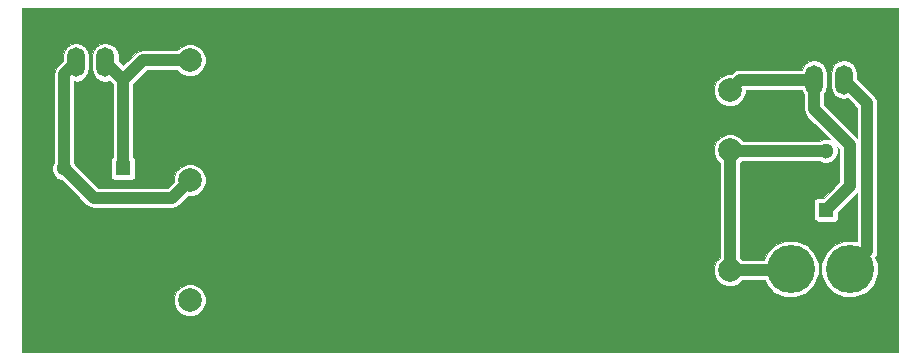
<source format=gbr>
G04 #@! TF.FileFunction,Copper,L2,Bot,Signal*
%FSLAX46Y46*%
G04 Gerber Fmt 4.6, Leading zero omitted, Abs format (unit mm)*
G04 Created by KiCad (PCBNEW 4.0.6) date 06/05/17 08:13:12*
%MOMM*%
%LPD*%
G01*
G04 APERTURE LIST*
%ADD10C,0.100000*%
%ADD11R,1.300000X1.300000*%
%ADD12C,1.300000*%
%ADD13C,2.000000*%
%ADD14O,1.500000X2.500000*%
%ADD15C,4.064000*%
%ADD16C,1.000000*%
%ADD17C,0.026000*%
G04 APERTURE END LIST*
D10*
D11*
X9000000Y-14000000D03*
D12*
X4000000Y-14000000D03*
D11*
X68500000Y-17500000D03*
D12*
X68500000Y-12500000D03*
D13*
X60360000Y-7380000D03*
X60360000Y-12460000D03*
X60360000Y-22620000D03*
X14640000Y-25160000D03*
X14640000Y-15000000D03*
X14640000Y-4840000D03*
D14*
X7500000Y-5000000D03*
X5000000Y-5000000D03*
X70000000Y-6500000D03*
X67500000Y-6500000D03*
D15*
X70500000Y-22500000D03*
X65500000Y-22500000D03*
D16*
X14640000Y-4840000D02*
X10660000Y-4840000D01*
X10660000Y-4840000D02*
X9000000Y-6500000D01*
X7500000Y-5000000D02*
X9000000Y-6500000D01*
X9000000Y-6500000D02*
X9000000Y-14000000D01*
X4000000Y-14000000D02*
X6500000Y-16500000D01*
X13140000Y-16500000D02*
X14640000Y-15000000D01*
X6500000Y-16500000D02*
X13140000Y-16500000D01*
X4000000Y-14000000D02*
X4000000Y-6000000D01*
X4000000Y-6000000D02*
X5000000Y-5000000D01*
X60360000Y-7380000D02*
X61240000Y-6500000D01*
X61240000Y-6500000D02*
X67500000Y-6500000D01*
X67500000Y-6500000D02*
X67500000Y-9000000D01*
X70500000Y-15500000D02*
X68500000Y-17500000D01*
X70500000Y-12000000D02*
X70500000Y-15500000D01*
X67500000Y-9000000D02*
X70500000Y-12000000D01*
X60360000Y-12460000D02*
X60400000Y-12500000D01*
X60400000Y-12500000D02*
X68500000Y-12500000D01*
X60360000Y-22620000D02*
X60360000Y-12460000D01*
X65500000Y-22500000D02*
X65380000Y-22620000D01*
X65380000Y-22620000D02*
X60360000Y-22620000D01*
X70000000Y-6500000D02*
X72000000Y-8500000D01*
X72000000Y-21000000D02*
X70500000Y-22500000D01*
X72000000Y-8500000D02*
X72000000Y-21000000D01*
D17*
G36*
X74562000Y-29562000D02*
X438000Y-29562000D01*
X438000Y-25429928D01*
X13276764Y-25429928D01*
X13483831Y-25931069D01*
X13866914Y-26314822D01*
X14367693Y-26522763D01*
X14909928Y-26523236D01*
X15411069Y-26316169D01*
X15794822Y-25933086D01*
X16002763Y-25432307D01*
X16003236Y-24890072D01*
X15796169Y-24388931D01*
X15413086Y-24005178D01*
X14912307Y-23797237D01*
X14370072Y-23796764D01*
X13868931Y-24003831D01*
X13485178Y-24386914D01*
X13277237Y-24887693D01*
X13276764Y-25429928D01*
X438000Y-25429928D01*
X438000Y-14200614D01*
X2986824Y-14200614D01*
X3140720Y-14573069D01*
X3425432Y-14858279D01*
X3788623Y-15009089D01*
X5889767Y-17110233D01*
X6169744Y-17297308D01*
X6500000Y-17363000D01*
X13140000Y-17363000D01*
X13470256Y-17297308D01*
X13750233Y-17110233D01*
X14497590Y-16362876D01*
X14909928Y-16363236D01*
X15411069Y-16156169D01*
X15794822Y-15773086D01*
X16002763Y-15272307D01*
X16003236Y-14730072D01*
X15796169Y-14228931D01*
X15413086Y-13845178D01*
X14912307Y-13637237D01*
X14370072Y-13636764D01*
X13868931Y-13843831D01*
X13485178Y-14226914D01*
X13277237Y-14727693D01*
X13276875Y-15142659D01*
X12782534Y-15637000D01*
X6857466Y-15637000D01*
X5008475Y-13788009D01*
X4863000Y-13435934D01*
X4863000Y-6617350D01*
X5000000Y-6644601D01*
X5425927Y-6559879D01*
X5787010Y-6318611D01*
X6028278Y-5957528D01*
X6113000Y-5531601D01*
X6113000Y-4468399D01*
X6387000Y-4468399D01*
X6387000Y-5531601D01*
X6471722Y-5957528D01*
X6712990Y-6318611D01*
X7074073Y-6559879D01*
X7500000Y-6644601D01*
X7853767Y-6574233D01*
X8137000Y-6857466D01*
X8137000Y-13055702D01*
X8091932Y-13084702D01*
X8009049Y-13206006D01*
X7979889Y-13350000D01*
X7979889Y-14650000D01*
X8005201Y-14784520D01*
X8084702Y-14908068D01*
X8206006Y-14990951D01*
X8350000Y-15020111D01*
X9650000Y-15020111D01*
X9784520Y-14994799D01*
X9908068Y-14915298D01*
X9990951Y-14793994D01*
X10020111Y-14650000D01*
X10020111Y-13350000D01*
X9994799Y-13215480D01*
X9915298Y-13091932D01*
X9863000Y-13056199D01*
X9863000Y-7649928D01*
X58996764Y-7649928D01*
X59203831Y-8151069D01*
X59586914Y-8534822D01*
X60087693Y-8742763D01*
X60629928Y-8743236D01*
X61131069Y-8536169D01*
X61514822Y-8153086D01*
X61722763Y-7652307D01*
X61723015Y-7363000D01*
X66452919Y-7363000D01*
X66471722Y-7457528D01*
X66637000Y-7704884D01*
X66637000Y-9000000D01*
X66702692Y-9330256D01*
X66889767Y-9610233D01*
X68812389Y-11532855D01*
X68702382Y-11487176D01*
X68299386Y-11486824D01*
X67935934Y-11637000D01*
X61464329Y-11637000D01*
X61133086Y-11305178D01*
X60632307Y-11097237D01*
X60090072Y-11096764D01*
X59588931Y-11303831D01*
X59205178Y-11686914D01*
X58997237Y-12187693D01*
X58996764Y-12729928D01*
X59203831Y-13231069D01*
X59497000Y-13524751D01*
X59497000Y-21555601D01*
X59205178Y-21846914D01*
X58997237Y-22347693D01*
X58996764Y-22889928D01*
X59203831Y-23391069D01*
X59586914Y-23774822D01*
X60087693Y-23982763D01*
X60629928Y-23983236D01*
X61131069Y-23776169D01*
X61424751Y-23483000D01*
X63314774Y-23483000D01*
X63468434Y-23854886D01*
X64141570Y-24529198D01*
X65021515Y-24894584D01*
X65974305Y-24895415D01*
X66854886Y-24531566D01*
X67529198Y-23858430D01*
X67894584Y-22978485D01*
X67895415Y-22025695D01*
X67531566Y-21145114D01*
X66858430Y-20470802D01*
X65978485Y-20105416D01*
X65025695Y-20104585D01*
X64145114Y-20468434D01*
X63470802Y-21141570D01*
X63215252Y-21757000D01*
X61424399Y-21757000D01*
X61223000Y-21555249D01*
X61223000Y-13524399D01*
X61384681Y-13363000D01*
X67936801Y-13363000D01*
X68297618Y-13512824D01*
X68700614Y-13513176D01*
X69073069Y-13359280D01*
X69358279Y-13074568D01*
X69512824Y-12702382D01*
X69513176Y-12299386D01*
X69466883Y-12187349D01*
X69637000Y-12357466D01*
X69637000Y-15142534D01*
X68299645Y-16479889D01*
X67850000Y-16479889D01*
X67715480Y-16505201D01*
X67591932Y-16584702D01*
X67509049Y-16706006D01*
X67479889Y-16850000D01*
X67479889Y-18150000D01*
X67505201Y-18284520D01*
X67584702Y-18408068D01*
X67706006Y-18490951D01*
X67850000Y-18520111D01*
X69150000Y-18520111D01*
X69284520Y-18494799D01*
X69408068Y-18415298D01*
X69490951Y-18293994D01*
X69520111Y-18150000D01*
X69520111Y-17700355D01*
X71110233Y-16110233D01*
X71137000Y-16070173D01*
X71137000Y-20171237D01*
X70978485Y-20105416D01*
X70025695Y-20104585D01*
X69145114Y-20468434D01*
X68470802Y-21141570D01*
X68105416Y-22021515D01*
X68104585Y-22974305D01*
X68468434Y-23854886D01*
X69141570Y-24529198D01*
X70021515Y-24894584D01*
X70974305Y-24895415D01*
X71854886Y-24531566D01*
X72529198Y-23858430D01*
X72894584Y-22978485D01*
X72895415Y-22025695D01*
X72680375Y-21505259D01*
X72797308Y-21330256D01*
X72863000Y-21000000D01*
X72863000Y-8500000D01*
X72797308Y-8169744D01*
X72610233Y-7889767D01*
X71113000Y-6392534D01*
X71113000Y-5968399D01*
X71028278Y-5542472D01*
X70787010Y-5181389D01*
X70425927Y-4940121D01*
X70000000Y-4855399D01*
X69574073Y-4940121D01*
X69212990Y-5181389D01*
X68971722Y-5542472D01*
X68887000Y-5968399D01*
X68887000Y-7031601D01*
X68971722Y-7457528D01*
X69212990Y-7818611D01*
X69574073Y-8059879D01*
X70000000Y-8144601D01*
X70353767Y-8074233D01*
X71137000Y-8857466D01*
X71137000Y-11429827D01*
X71110233Y-11389767D01*
X68363000Y-8642534D01*
X68363000Y-7704884D01*
X68528278Y-7457528D01*
X68613000Y-7031601D01*
X68613000Y-5968399D01*
X68528278Y-5542472D01*
X68287010Y-5181389D01*
X67925927Y-4940121D01*
X67500000Y-4855399D01*
X67074073Y-4940121D01*
X66712990Y-5181389D01*
X66471722Y-5542472D01*
X66452919Y-5637000D01*
X61240000Y-5637000D01*
X60909744Y-5702692D01*
X60629767Y-5889767D01*
X60502410Y-6017124D01*
X60090072Y-6016764D01*
X59588931Y-6223831D01*
X59205178Y-6606914D01*
X58997237Y-7107693D01*
X58996764Y-7649928D01*
X9863000Y-7649928D01*
X9863000Y-6857466D01*
X11017466Y-5703000D01*
X13575601Y-5703000D01*
X13866914Y-5994822D01*
X14367693Y-6202763D01*
X14909928Y-6203236D01*
X15411069Y-5996169D01*
X15794822Y-5613086D01*
X16002763Y-5112307D01*
X16003236Y-4570072D01*
X15796169Y-4068931D01*
X15413086Y-3685178D01*
X14912307Y-3477237D01*
X14370072Y-3476764D01*
X13868931Y-3683831D01*
X13575249Y-3977000D01*
X10660000Y-3977000D01*
X10329744Y-4042692D01*
X10090288Y-4202692D01*
X10049767Y-4229767D01*
X9000000Y-5279534D01*
X8613000Y-4892534D01*
X8613000Y-4468399D01*
X8528278Y-4042472D01*
X8287010Y-3681389D01*
X7925927Y-3440121D01*
X7500000Y-3355399D01*
X7074073Y-3440121D01*
X6712990Y-3681389D01*
X6471722Y-4042472D01*
X6387000Y-4468399D01*
X6113000Y-4468399D01*
X6028278Y-4042472D01*
X5787010Y-3681389D01*
X5425927Y-3440121D01*
X5000000Y-3355399D01*
X4574073Y-3440121D01*
X4212990Y-3681389D01*
X3971722Y-4042472D01*
X3887000Y-4468399D01*
X3887000Y-4892534D01*
X3389767Y-5389767D01*
X3202692Y-5669744D01*
X3137000Y-6000000D01*
X3137000Y-13436801D01*
X2987176Y-13797618D01*
X2986824Y-14200614D01*
X438000Y-14200614D01*
X438000Y-438000D01*
X74562000Y-438000D01*
X74562000Y-29562000D01*
X74562000Y-29562000D01*
G37*
X74562000Y-29562000D02*
X438000Y-29562000D01*
X438000Y-25429928D01*
X13276764Y-25429928D01*
X13483831Y-25931069D01*
X13866914Y-26314822D01*
X14367693Y-26522763D01*
X14909928Y-26523236D01*
X15411069Y-26316169D01*
X15794822Y-25933086D01*
X16002763Y-25432307D01*
X16003236Y-24890072D01*
X15796169Y-24388931D01*
X15413086Y-24005178D01*
X14912307Y-23797237D01*
X14370072Y-23796764D01*
X13868931Y-24003831D01*
X13485178Y-24386914D01*
X13277237Y-24887693D01*
X13276764Y-25429928D01*
X438000Y-25429928D01*
X438000Y-14200614D01*
X2986824Y-14200614D01*
X3140720Y-14573069D01*
X3425432Y-14858279D01*
X3788623Y-15009089D01*
X5889767Y-17110233D01*
X6169744Y-17297308D01*
X6500000Y-17363000D01*
X13140000Y-17363000D01*
X13470256Y-17297308D01*
X13750233Y-17110233D01*
X14497590Y-16362876D01*
X14909928Y-16363236D01*
X15411069Y-16156169D01*
X15794822Y-15773086D01*
X16002763Y-15272307D01*
X16003236Y-14730072D01*
X15796169Y-14228931D01*
X15413086Y-13845178D01*
X14912307Y-13637237D01*
X14370072Y-13636764D01*
X13868931Y-13843831D01*
X13485178Y-14226914D01*
X13277237Y-14727693D01*
X13276875Y-15142659D01*
X12782534Y-15637000D01*
X6857466Y-15637000D01*
X5008475Y-13788009D01*
X4863000Y-13435934D01*
X4863000Y-6617350D01*
X5000000Y-6644601D01*
X5425927Y-6559879D01*
X5787010Y-6318611D01*
X6028278Y-5957528D01*
X6113000Y-5531601D01*
X6113000Y-4468399D01*
X6387000Y-4468399D01*
X6387000Y-5531601D01*
X6471722Y-5957528D01*
X6712990Y-6318611D01*
X7074073Y-6559879D01*
X7500000Y-6644601D01*
X7853767Y-6574233D01*
X8137000Y-6857466D01*
X8137000Y-13055702D01*
X8091932Y-13084702D01*
X8009049Y-13206006D01*
X7979889Y-13350000D01*
X7979889Y-14650000D01*
X8005201Y-14784520D01*
X8084702Y-14908068D01*
X8206006Y-14990951D01*
X8350000Y-15020111D01*
X9650000Y-15020111D01*
X9784520Y-14994799D01*
X9908068Y-14915298D01*
X9990951Y-14793994D01*
X10020111Y-14650000D01*
X10020111Y-13350000D01*
X9994799Y-13215480D01*
X9915298Y-13091932D01*
X9863000Y-13056199D01*
X9863000Y-7649928D01*
X58996764Y-7649928D01*
X59203831Y-8151069D01*
X59586914Y-8534822D01*
X60087693Y-8742763D01*
X60629928Y-8743236D01*
X61131069Y-8536169D01*
X61514822Y-8153086D01*
X61722763Y-7652307D01*
X61723015Y-7363000D01*
X66452919Y-7363000D01*
X66471722Y-7457528D01*
X66637000Y-7704884D01*
X66637000Y-9000000D01*
X66702692Y-9330256D01*
X66889767Y-9610233D01*
X68812389Y-11532855D01*
X68702382Y-11487176D01*
X68299386Y-11486824D01*
X67935934Y-11637000D01*
X61464329Y-11637000D01*
X61133086Y-11305178D01*
X60632307Y-11097237D01*
X60090072Y-11096764D01*
X59588931Y-11303831D01*
X59205178Y-11686914D01*
X58997237Y-12187693D01*
X58996764Y-12729928D01*
X59203831Y-13231069D01*
X59497000Y-13524751D01*
X59497000Y-21555601D01*
X59205178Y-21846914D01*
X58997237Y-22347693D01*
X58996764Y-22889928D01*
X59203831Y-23391069D01*
X59586914Y-23774822D01*
X60087693Y-23982763D01*
X60629928Y-23983236D01*
X61131069Y-23776169D01*
X61424751Y-23483000D01*
X63314774Y-23483000D01*
X63468434Y-23854886D01*
X64141570Y-24529198D01*
X65021515Y-24894584D01*
X65974305Y-24895415D01*
X66854886Y-24531566D01*
X67529198Y-23858430D01*
X67894584Y-22978485D01*
X67895415Y-22025695D01*
X67531566Y-21145114D01*
X66858430Y-20470802D01*
X65978485Y-20105416D01*
X65025695Y-20104585D01*
X64145114Y-20468434D01*
X63470802Y-21141570D01*
X63215252Y-21757000D01*
X61424399Y-21757000D01*
X61223000Y-21555249D01*
X61223000Y-13524399D01*
X61384681Y-13363000D01*
X67936801Y-13363000D01*
X68297618Y-13512824D01*
X68700614Y-13513176D01*
X69073069Y-13359280D01*
X69358279Y-13074568D01*
X69512824Y-12702382D01*
X69513176Y-12299386D01*
X69466883Y-12187349D01*
X69637000Y-12357466D01*
X69637000Y-15142534D01*
X68299645Y-16479889D01*
X67850000Y-16479889D01*
X67715480Y-16505201D01*
X67591932Y-16584702D01*
X67509049Y-16706006D01*
X67479889Y-16850000D01*
X67479889Y-18150000D01*
X67505201Y-18284520D01*
X67584702Y-18408068D01*
X67706006Y-18490951D01*
X67850000Y-18520111D01*
X69150000Y-18520111D01*
X69284520Y-18494799D01*
X69408068Y-18415298D01*
X69490951Y-18293994D01*
X69520111Y-18150000D01*
X69520111Y-17700355D01*
X71110233Y-16110233D01*
X71137000Y-16070173D01*
X71137000Y-20171237D01*
X70978485Y-20105416D01*
X70025695Y-20104585D01*
X69145114Y-20468434D01*
X68470802Y-21141570D01*
X68105416Y-22021515D01*
X68104585Y-22974305D01*
X68468434Y-23854886D01*
X69141570Y-24529198D01*
X70021515Y-24894584D01*
X70974305Y-24895415D01*
X71854886Y-24531566D01*
X72529198Y-23858430D01*
X72894584Y-22978485D01*
X72895415Y-22025695D01*
X72680375Y-21505259D01*
X72797308Y-21330256D01*
X72863000Y-21000000D01*
X72863000Y-8500000D01*
X72797308Y-8169744D01*
X72610233Y-7889767D01*
X71113000Y-6392534D01*
X71113000Y-5968399D01*
X71028278Y-5542472D01*
X70787010Y-5181389D01*
X70425927Y-4940121D01*
X70000000Y-4855399D01*
X69574073Y-4940121D01*
X69212990Y-5181389D01*
X68971722Y-5542472D01*
X68887000Y-5968399D01*
X68887000Y-7031601D01*
X68971722Y-7457528D01*
X69212990Y-7818611D01*
X69574073Y-8059879D01*
X70000000Y-8144601D01*
X70353767Y-8074233D01*
X71137000Y-8857466D01*
X71137000Y-11429827D01*
X71110233Y-11389767D01*
X68363000Y-8642534D01*
X68363000Y-7704884D01*
X68528278Y-7457528D01*
X68613000Y-7031601D01*
X68613000Y-5968399D01*
X68528278Y-5542472D01*
X68287010Y-5181389D01*
X67925927Y-4940121D01*
X67500000Y-4855399D01*
X67074073Y-4940121D01*
X66712990Y-5181389D01*
X66471722Y-5542472D01*
X66452919Y-5637000D01*
X61240000Y-5637000D01*
X60909744Y-5702692D01*
X60629767Y-5889767D01*
X60502410Y-6017124D01*
X60090072Y-6016764D01*
X59588931Y-6223831D01*
X59205178Y-6606914D01*
X58997237Y-7107693D01*
X58996764Y-7649928D01*
X9863000Y-7649928D01*
X9863000Y-6857466D01*
X11017466Y-5703000D01*
X13575601Y-5703000D01*
X13866914Y-5994822D01*
X14367693Y-6202763D01*
X14909928Y-6203236D01*
X15411069Y-5996169D01*
X15794822Y-5613086D01*
X16002763Y-5112307D01*
X16003236Y-4570072D01*
X15796169Y-4068931D01*
X15413086Y-3685178D01*
X14912307Y-3477237D01*
X14370072Y-3476764D01*
X13868931Y-3683831D01*
X13575249Y-3977000D01*
X10660000Y-3977000D01*
X10329744Y-4042692D01*
X10090288Y-4202692D01*
X10049767Y-4229767D01*
X9000000Y-5279534D01*
X8613000Y-4892534D01*
X8613000Y-4468399D01*
X8528278Y-4042472D01*
X8287010Y-3681389D01*
X7925927Y-3440121D01*
X7500000Y-3355399D01*
X7074073Y-3440121D01*
X6712990Y-3681389D01*
X6471722Y-4042472D01*
X6387000Y-4468399D01*
X6113000Y-4468399D01*
X6028278Y-4042472D01*
X5787010Y-3681389D01*
X5425927Y-3440121D01*
X5000000Y-3355399D01*
X4574073Y-3440121D01*
X4212990Y-3681389D01*
X3971722Y-4042472D01*
X3887000Y-4468399D01*
X3887000Y-4892534D01*
X3389767Y-5389767D01*
X3202692Y-5669744D01*
X3137000Y-6000000D01*
X3137000Y-13436801D01*
X2987176Y-13797618D01*
X2986824Y-14200614D01*
X438000Y-14200614D01*
X438000Y-438000D01*
X74562000Y-438000D01*
X74562000Y-29562000D01*
M02*

</source>
